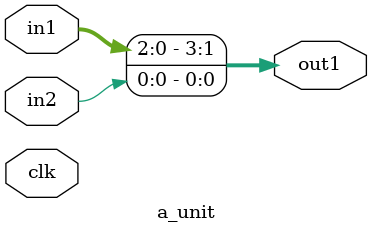
<source format=v>
`include "defines.v"

module a_unit(in1,
              in2,
              out1,
              clk);
// Location of source csl unit: file name = tb_multi_instance.csl line number = 3
  input [4 - 1:0] in1;
  input in2;
  input clk;
  output [4 - 1:0] out1;
  assign   out1 = {in1[2:0], in2};
  `include "a_unit.logic.vh"
endmodule


</source>
